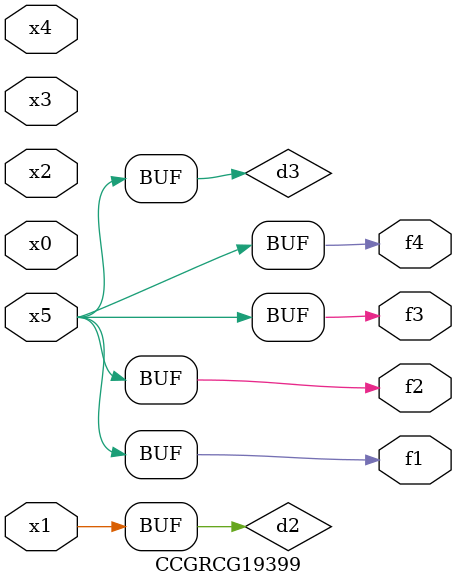
<source format=v>
module CCGRCG19399(
	input x0, x1, x2, x3, x4, x5,
	output f1, f2, f3, f4
);

	wire d1, d2, d3;

	not (d1, x5);
	or (d2, x1);
	xnor (d3, d1);
	assign f1 = d3;
	assign f2 = d3;
	assign f3 = d3;
	assign f4 = d3;
endmodule

</source>
